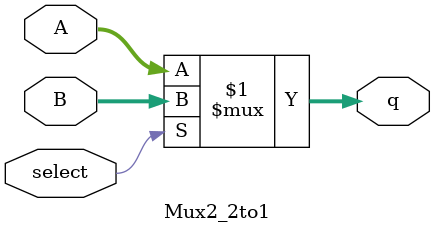
<source format=sv>
module Mux2_2to1(input[1:0] A, B, input select, output[1:0] q);
  
  assign q = select?B:A;
  
endmodule

</source>
